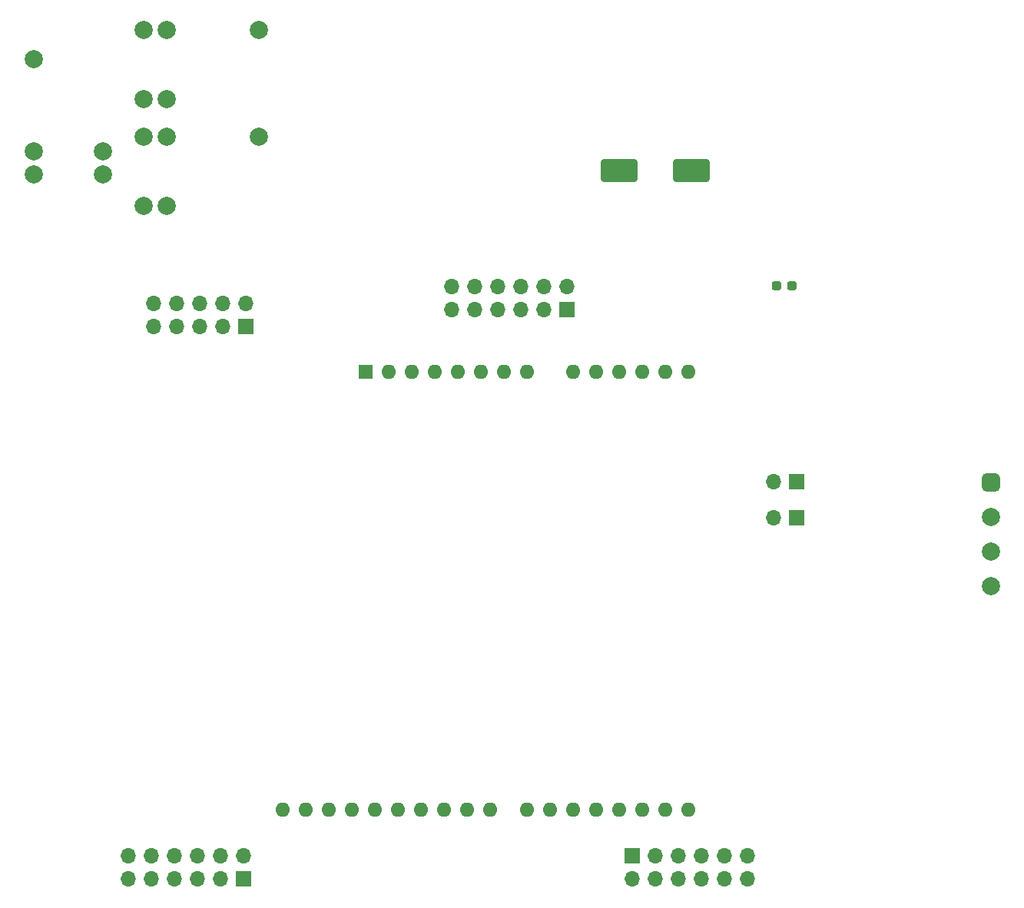
<source format=gbr>
%TF.GenerationSoftware,KiCad,Pcbnew,8.0.1*%
%TF.CreationDate,2024-07-10T12:18:48+02:00*%
%TF.ProjectId,TestBoardArduino,54657374-426f-4617-9264-41726475696e,rev?*%
%TF.SameCoordinates,Original*%
%TF.FileFunction,Soldermask,Top*%
%TF.FilePolarity,Negative*%
%FSLAX46Y46*%
G04 Gerber Fmt 4.6, Leading zero omitted, Abs format (unit mm)*
G04 Created by KiCad (PCBNEW 8.0.1) date 2024-07-10 12:18:48*
%MOMM*%
%LPD*%
G01*
G04 APERTURE LIST*
G04 Aperture macros list*
%AMRoundRect*
0 Rectangle with rounded corners*
0 $1 Rounding radius*
0 $2 $3 $4 $5 $6 $7 $8 $9 X,Y pos of 4 corners*
0 Add a 4 corners polygon primitive as box body*
4,1,4,$2,$3,$4,$5,$6,$7,$8,$9,$2,$3,0*
0 Add four circle primitives for the rounded corners*
1,1,$1+$1,$2,$3*
1,1,$1+$1,$4,$5*
1,1,$1+$1,$6,$7*
1,1,$1+$1,$8,$9*
0 Add four rect primitives between the rounded corners*
20,1,$1+$1,$2,$3,$4,$5,0*
20,1,$1+$1,$4,$5,$6,$7,0*
20,1,$1+$1,$6,$7,$8,$9,0*
20,1,$1+$1,$8,$9,$2,$3,0*%
G04 Aperture macros list end*
%ADD10R,1.600000X1.600000*%
%ADD11O,1.600000X1.600000*%
%ADD12C,2.000000*%
%ADD13RoundRect,0.237500X-0.287500X-0.237500X0.287500X-0.237500X0.287500X0.237500X-0.287500X0.237500X0*%
%ADD14R,1.700000X1.700000*%
%ADD15O,1.700000X1.700000*%
%ADD16RoundRect,0.250000X1.750000X1.000000X-1.750000X1.000000X-1.750000X-1.000000X1.750000X-1.000000X0*%
%ADD17RoundRect,0.500000X-0.500000X0.500000X-0.500000X-0.500000X0.500000X-0.500000X0.500000X0.500000X0*%
G04 APERTURE END LIST*
D10*
%TO.C,A1*%
X103758547Y-74345800D03*
D11*
X106298547Y-74345800D03*
X108838547Y-74345800D03*
X111378547Y-74345800D03*
X113918547Y-74345800D03*
X116458547Y-74345800D03*
X118998547Y-74345800D03*
X121538547Y-74345800D03*
X126618547Y-74345800D03*
X129158547Y-74345800D03*
X131698547Y-74345800D03*
X134238547Y-74345800D03*
X136778547Y-74345800D03*
X139318547Y-74345800D03*
X139318547Y-122605800D03*
X136778547Y-122605800D03*
X134238547Y-122605800D03*
X131698547Y-122605800D03*
X129158547Y-122605800D03*
X126618547Y-122605800D03*
X124078547Y-122605800D03*
X121538547Y-122605800D03*
X117478547Y-122605800D03*
X114938547Y-122605800D03*
X112398547Y-122605800D03*
X109858547Y-122605800D03*
X107318547Y-122605800D03*
X104778547Y-122605800D03*
X102238547Y-122605800D03*
X99698547Y-122605800D03*
X97158547Y-122605800D03*
X94618547Y-122605800D03*
%TD*%
D12*
%TO.C,K3*%
X79270547Y-56114000D03*
X81810547Y-56114000D03*
X79270547Y-48494000D03*
X81810547Y-48494000D03*
X91970547Y-48494000D03*
%TD*%
D13*
%TO.C,D11*%
X149035347Y-64922400D03*
X150785347Y-64922400D03*
%TD*%
D12*
%TO.C,K2*%
X79270547Y-44338400D03*
X81810547Y-44338400D03*
X79270547Y-36718400D03*
X81810547Y-36718400D03*
X91970547Y-36718400D03*
%TD*%
D14*
%TO.C,J6*%
X151236547Y-86435800D03*
D15*
X148696547Y-86435800D03*
%TD*%
D12*
%TO.C,K1*%
X74767147Y-52631200D03*
X74767147Y-50091200D03*
X67147147Y-52631200D03*
X67147147Y-50091200D03*
X67147147Y-39931200D03*
%TD*%
D14*
%TO.C,J7*%
X151236547Y-90435800D03*
D15*
X148696547Y-90435800D03*
%TD*%
D16*
%TO.C,C8*%
X139672847Y-52197000D03*
X131672847Y-52197000D03*
%TD*%
D17*
%TO.C,J5*%
X172643347Y-86588600D03*
D12*
X172643347Y-90398600D03*
X172643347Y-94208600D03*
X172643347Y-98018600D03*
%TD*%
D14*
%TO.C,J2*%
X133146347Y-127685800D03*
D15*
X133146347Y-130225800D03*
X135686347Y-127685800D03*
X135686347Y-130225800D03*
X138226347Y-127685800D03*
X138226347Y-130225800D03*
X140766347Y-127685800D03*
X140766347Y-130225800D03*
X143306347Y-127685800D03*
X143306347Y-130225800D03*
X145846347Y-127685800D03*
X145846347Y-130225800D03*
%TD*%
D14*
%TO.C,J3*%
X90575947Y-69392800D03*
D15*
X90575947Y-66852800D03*
X88035947Y-69392800D03*
X88035947Y-66852800D03*
X85495947Y-69392800D03*
X85495947Y-66852800D03*
X82955947Y-69392800D03*
X82955947Y-66852800D03*
X80415947Y-69392800D03*
X80415947Y-66852800D03*
%TD*%
D14*
%TO.C,J4*%
X125983547Y-67538600D03*
D15*
X125983547Y-64998600D03*
X123443547Y-67538600D03*
X123443547Y-64998600D03*
X120903547Y-67538600D03*
X120903547Y-64998600D03*
X118363547Y-67538600D03*
X118363547Y-64998600D03*
X115823547Y-67538600D03*
X115823547Y-64998600D03*
X113283547Y-67538600D03*
X113283547Y-64998600D03*
%TD*%
D14*
%TO.C,J1*%
X90271147Y-130225800D03*
D15*
X90271147Y-127685800D03*
X87731147Y-130225800D03*
X87731147Y-127685800D03*
X85191147Y-130225800D03*
X85191147Y-127685800D03*
X82651147Y-130225800D03*
X82651147Y-127685800D03*
X80111147Y-130225800D03*
X80111147Y-127685800D03*
X77571147Y-130225800D03*
X77571147Y-127685800D03*
%TD*%
M02*

</source>
